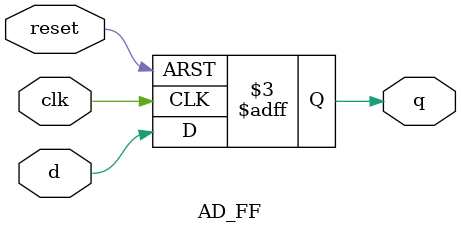
<source format=v>
`timescale 1ns / 1ps
module AD_FF(q, d, clk, reset);
//dimensions and sizes
input d, clk, reset;
output reg q;
//asynchronous reset D-FF
always@(posedge clk, posedge reset)
begin
    if (reset == 1)
    q <= 1'b0;
    else 
    q <= d;
end
endmodule

</source>
